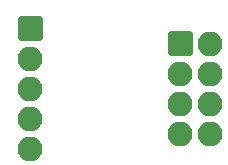
<source format=gbr>
G04 #@! TF.GenerationSoftware,KiCad,Pcbnew,(5.1.10)-1*
G04 #@! TF.CreationDate,2021-07-27T11:24:41-04:00*
G04 #@! TF.ProjectId,7ac76369a0fd96fdd889728fa7417171,37616337-3633-4363-9961-306664393666,rev?*
G04 #@! TF.SameCoordinates,Original*
G04 #@! TF.FileFunction,Soldermask,Bot*
G04 #@! TF.FilePolarity,Negative*
%FSLAX46Y46*%
G04 Gerber Fmt 4.6, Leading zero omitted, Abs format (unit mm)*
G04 Created by KiCad (PCBNEW (5.1.10)-1) date 2021-07-27 11:24:41*
%MOMM*%
%LPD*%
G01*
G04 APERTURE LIST*
%ADD10O,2.100000X2.100000*%
G04 APERTURE END LIST*
G36*
G01*
X193260000Y-77050000D02*
X193260000Y-75350000D01*
G75*
G02*
X193460000Y-75150000I200000J0D01*
G01*
X195160000Y-75150000D01*
G75*
G02*
X195360000Y-75350000I0J-200000D01*
G01*
X195360000Y-77050000D01*
G75*
G02*
X195160000Y-77250000I-200000J0D01*
G01*
X193460000Y-77250000D01*
G75*
G02*
X193260000Y-77050000I0J200000D01*
G01*
G37*
D10*
X196850000Y-76200000D03*
X194310000Y-78740000D03*
X196850000Y-78740000D03*
X194310000Y-81280000D03*
X196850000Y-81280000D03*
X194310000Y-83820000D03*
X196850000Y-83820000D03*
G36*
G01*
X182660000Y-74080000D02*
X182660000Y-75780000D01*
G75*
G02*
X182460000Y-75980000I-200000J0D01*
G01*
X180760000Y-75980000D01*
G75*
G02*
X180560000Y-75780000I0J200000D01*
G01*
X180560000Y-74080000D01*
G75*
G02*
X180760000Y-73880000I200000J0D01*
G01*
X182460000Y-73880000D01*
G75*
G02*
X182660000Y-74080000I0J-200000D01*
G01*
G37*
X181610000Y-77470000D03*
X181610000Y-80010000D03*
X181610000Y-82550000D03*
X181610000Y-85090000D03*
M02*

</source>
